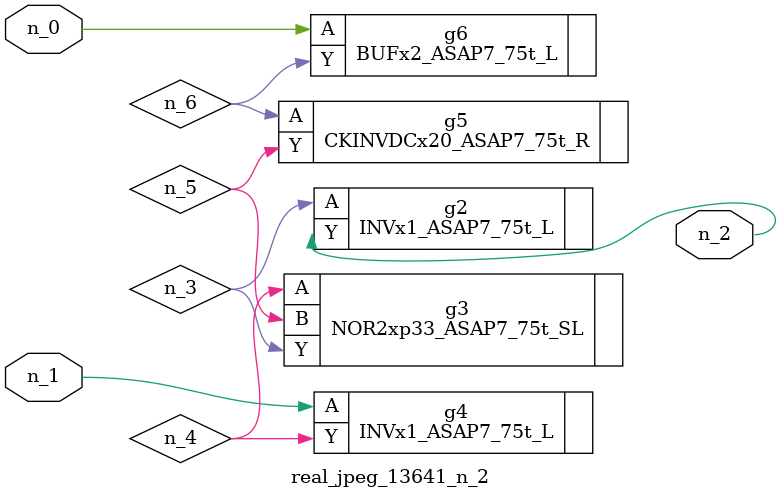
<source format=v>
module real_jpeg_13641_n_2 (n_1, n_0, n_2);

input n_1;
input n_0;

output n_2;

wire n_5;
wire n_4;
wire n_6;
wire n_3;

BUFx2_ASAP7_75t_L g6 ( 
.A(n_0),
.Y(n_6)
);

INVx1_ASAP7_75t_L g4 ( 
.A(n_1),
.Y(n_4)
);

INVx1_ASAP7_75t_L g2 ( 
.A(n_3),
.Y(n_2)
);

NOR2xp33_ASAP7_75t_SL g3 ( 
.A(n_4),
.B(n_5),
.Y(n_3)
);

CKINVDCx20_ASAP7_75t_R g5 ( 
.A(n_6),
.Y(n_5)
);


endmodule
</source>
